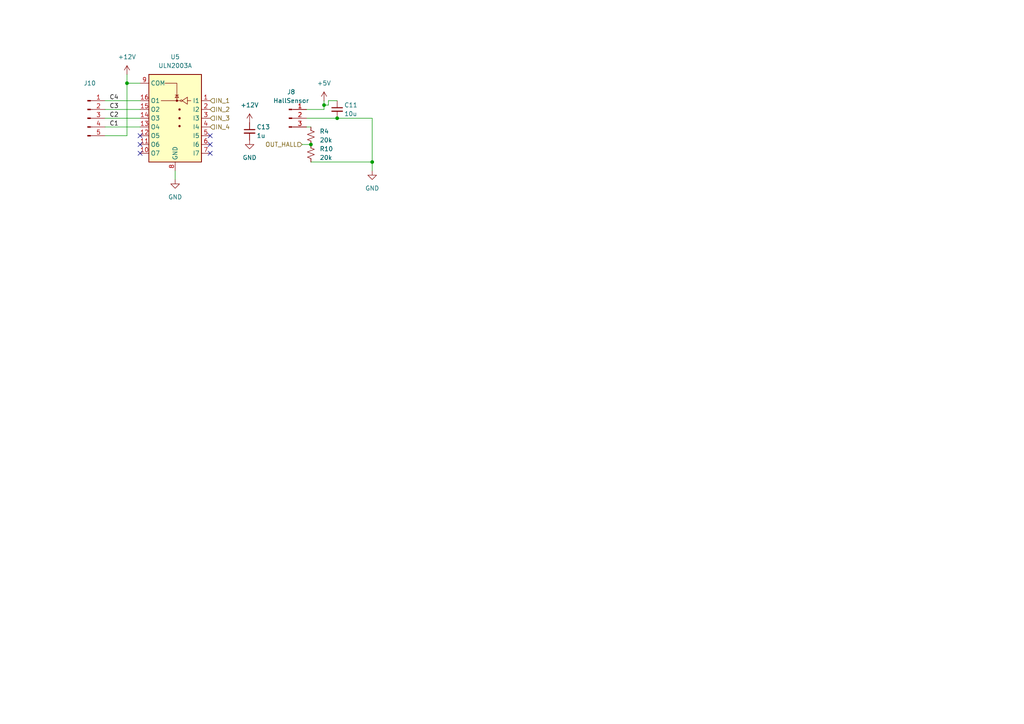
<source format=kicad_sch>
(kicad_sch (version 20231120) (generator "eeschema") (generator_version "8.0")
  (paper "A4")
  (lib_symbols
    (symbol "Connector:Conn_01x03_Pin" (pin_names (offset 1.016) hide)
      (property "Reference" "J" (at 0 5.08 0))
      (property "Value" "Conn_01x03_Pin" (at 0 -5.08 0))
      (symbol "Conn_01x03_Pin_1_1"
        (polyline (pts (xy 1.27 -2.54) (xy 0.8636 -2.54)) (stroke (width 0.1524)))
        (polyline (pts (xy 1.27 0) (xy 0.8636 0)) (stroke (width 0.1524)))
        (polyline (pts (xy 1.27 2.54) (xy 0.8636 2.54)) (stroke (width 0.1524)))
        (rectangle (start 0.8636 -2.413) (end 0 -2.667) (stroke (width 0.1524)) (fill (type outline)))
        (rectangle (start 0.8636 0.127) (end 0 -0.127) (stroke (width 0.1524)) (fill (type outline)))
        (rectangle (start 0.8636 2.667) (end 0 2.413) (stroke (width 0.1524)) (fill (type outline)))
        (pin passive line (at 5.08 2.54 180) (length 3.81) (name "Pin_1") (number "1"))
        (pin passive line (at 5.08 0 180) (length 3.81) (name "Pin_2") (number "2"))
        (pin passive line (at 5.08 -2.54 180) (length 3.81) (name "Pin_3") (number "3"))
      )
    )
    (symbol "Connector:Conn_01x05_Pin" (pin_names (offset 1.016) hide)
      (property "Reference" "J" (at 0 7.62 0))
      (property "Value" "Conn_01x05_Pin" (at 0 -7.62 0))
      (symbol "Conn_01x05_Pin_1_1"
        (polyline (pts (xy 1.27 -5.08) (xy 0.8636 -5.08)) (stroke (width 0.1524)))
        (polyline (pts (xy 1.27 -2.54) (xy 0.8636 -2.54)) (stroke (width 0.1524)))
        (polyline (pts (xy 1.27 0) (xy 0.8636 0)) (stroke (width 0.1524)))
        (polyline (pts (xy 1.27 2.54) (xy 0.8636 2.54)) (stroke (width 0.1524)))
        (polyline (pts (xy 1.27 5.08) (xy 0.8636 5.08)) (stroke (width 0.1524)))
        (rectangle (start 0.8636 -4.953) (end 0 -5.207) (stroke (width 0.1524)) (fill (type outline)))
        (rectangle (start 0.8636 -2.413) (end 0 -2.667) (stroke (width 0.1524)) (fill (type outline)))
        (rectangle (start 0.8636 0.127) (end 0 -0.127) (stroke (width 0.1524)) (fill (type outline)))
        (rectangle (start 0.8636 2.667) (end 0 2.413) (stroke (width 0.1524)) (fill (type outline)))
        (rectangle (start 0.8636 5.207) (end 0 4.953) (stroke (width 0.1524)) (fill (type outline)))
        (pin passive line (at 5.08 5.08 180) (length 3.81) (name "Pin_1") (number "1"))
        (pin passive line (at 5.08 2.54 180) (length 3.81) (name "Pin_2") (number "2"))
        (pin passive line (at 5.08 0 180) (length 3.81) (name "Pin_3") (number "3"))
        (pin passive line (at 5.08 -2.54 180) (length 3.81) (name "Pin_4") (number "4"))
        (pin passive line (at 5.08 -5.08 180) (length 3.81) (name "Pin_5") (number "5"))
      )
    )
    (symbol "Device:C_Small" (pin_numbers hide) (pin_names (offset 0.254) hide)
      (property "Reference" "C" (at 0.254 1.778 0))
      (property "Value" "C_Small" (at 0.254 -2.032 0))
      (symbol "C_Small_0_1"
        (polyline (pts (xy -1.524 -0.508) (xy 1.524 -0.508)) (stroke (width 0.3302)))
        (polyline (pts (xy -1.524 0.508) (xy 1.524 0.508)) (stroke (width 0.3048)))
      )
      (symbol "C_Small_1_1"
        (pin passive line (at 0 2.54 270) (length 2.032) (name "~") (number "1"))
        (pin passive line (at 0 -2.54 90) (length 2.032) (name "~") (number "2"))
      )
    )
    (symbol "Device:R_Small_US" (pin_numbers hide) (pin_names (offset 0.254) hide)
      (property "Reference" "R" (at 0.762 0.508 0))
      (property "Value" "R_Small_US" (at 0.762 -1.016 0))
      (symbol "R_Small_US_1_1"
        (polyline (pts (xy 0 0) (xy 1.016 -0.381) (xy 0 -0.762) (xy -1.016 -1.143) (xy 0 -1.524)))
        (polyline (pts (xy 0 1.524) (xy 1.016 1.143) (xy 0 0.762) (xy -1.016 0.381) (xy 0 0)))
        (pin passive line (at 0 2.54 270) (length 1.016) (name "~") (number "1"))
        (pin passive line (at 0 -2.54 90) (length 1.016) (name "~") (number "2"))
      )
    )
    (symbol "Transistor_Array:ULN2003A"
      (property "Reference" "U" (at 0 15.875 0))
      (property "Value" "ULN2003A" (at 0 13.97 0))
      (symbol "ULN2003A_0_1"
        (rectangle (start -7.62 -12.7) (end 7.62 12.7) (stroke (width 0.254)) (fill (type background)))
        (circle (center -1.778 5.08) (radius 0.254))
        (circle (center -1.27 -2.286) (radius 0.254) (fill (type outline)))
        (circle (center -1.27 0) (radius 0.254) (fill (type outline)))
        (circle (center -1.27 2.54) (radius 0.254) (fill (type outline)))
        (circle (center -0.508 5.08) (radius 0.254) (fill (type outline)))
        (polyline (pts (xy -4.572 5.08) (xy -3.556 5.08)))
        (polyline (pts (xy -1.524 5.08) (xy 4.064 5.08)))
        (polyline (pts (xy 0 6.731) (xy -1.016 6.731)))
        (polyline (pts (xy -0.508 5.08) (xy -0.508 10.16) (xy 2.921 10.16)))
        (polyline (pts (xy -3.556 6.096) (xy -3.556 4.064) (xy -2.032 5.08) (xy -3.556 6.096)))
        (polyline (pts (xy 0 5.969) (xy -1.016 5.969) (xy -0.508 6.731) (xy 0 5.969)))
      )
      (symbol "ULN2003A_1_1"
        (pin input line (at -10.16 5.08 0) (length 2.54) (name "I1") (number "1"))
        (pin open_collector line (at 10.16 -10.16 180) (length 2.54) (name "O7") (number "10"))
        (pin open_collector line (at 10.16 -7.62 180) (length 2.54) (name "O6") (number "11"))
        (pin open_collector line (at 10.16 -5.08 180) (length 2.54) (name "O5") (number "12"))
        (pin open_collector line (at 10.16 -2.54 180) (length 2.54) (name "O4") (number "13"))
        (pin open_collector line (at 10.16 0 180) (length 2.54) (name "O3") (number "14"))
        (pin open_collector line (at 10.16 2.54 180) (length 2.54) (name "O2") (number "15"))
        (pin open_collector line (at 10.16 5.08 180) (length 2.54) (name "O1") (number "16"))
        (pin input line (at -10.16 2.54 0) (length 2.54) (name "I2") (number "2"))
        (pin input line (at -10.16 0 0) (length 2.54) (name "I3") (number "3"))
        (pin input line (at -10.16 -2.54 0) (length 2.54) (name "I4") (number "4"))
        (pin input line (at -10.16 -5.08 0) (length 2.54) (name "I5") (number "5"))
        (pin input line (at -10.16 -7.62 0) (length 2.54) (name "I6") (number "6"))
        (pin input line (at -10.16 -10.16 0) (length 2.54) (name "I7") (number "7"))
        (pin power_in line (at 0 -15.24 90) (length 2.54) (name "GND") (number "8"))
        (pin passive line (at 10.16 10.16 180) (length 2.54) (name "COM") (number "9"))
      )
    )
    (symbol "power:+12V" (power) (pin_names (offset 0))
      (property "Value" "+12V" (at 0 3.556 0))
      (symbol "+12V_0_1"
        (polyline (pts (xy -0.762 1.27) (xy 0 2.54)))
        (polyline (pts (xy 0 0) (xy 0 2.54)))
        (polyline (pts (xy 0 2.54) (xy 0.762 1.27)))
      )
      (symbol "+12V_1_1"
        (pin power_in line (at 0 0 90) (length 0) hide (name "+12V") (number "1"))
      )
    )
    (symbol "power:+5V" (power) (pin_numbers hide) (pin_names (offset 0) hide)
      (property "Value" "+5V" (at 0 3.556 0))
      (symbol "+5V_0_1"
        (polyline (pts (xy -0.762 1.27) (xy 0 2.54)))
        (polyline (pts (xy 0 0) (xy 0 2.54)))
        (polyline (pts (xy 0 2.54) (xy 0.762 1.27)))
      )
      (symbol "+5V_1_1"
        (pin power_in line (at 0 0 90) (length 0) (name "~") (number "1"))
      )
    )
    (symbol "power:GND" (power) (pin_names (offset 0))
      (property "Value" "GND" (at 0 -3.81 0))
      (symbol "GND_0_1"
        (polyline (pts (xy 0 0) (xy 0 -1.27) (xy 1.27 -1.27) (xy 0 -2.54) (xy -1.27 -1.27) (xy 0 -1.27)))
      )
      (symbol "GND_1_1"
        (pin power_in line (at 0 0 270) (length 0) hide (name "GND") (number "1"))
      )
    )
  )
  (junction (at 107.95 46.99))
  (junction (at 97.79 34.29))
  (junction (at 93.98 30.48))
  (junction (at 36.83 24.13))
  (junction (at 90.17 41.91))
  (no_connect (at 40.64 39.37))
  (no_connect (at 60.96 39.37))
  (no_connect (at 60.96 44.45))
  (no_connect (at 60.96 41.91))
  (no_connect (at 40.64 44.45))
  (no_connect (at 40.64 41.91))
  (wire (pts (xy 30.48 39.37) (xy 36.83 39.37)))
  (wire (pts (xy 36.83 21.59) (xy 36.83 24.13)))
  (wire (pts (xy 30.48 29.21) (xy 40.64 29.21)))
  (wire (pts (xy 50.8 49.53) (xy 50.8 52.07)))
  (wire (pts (xy 88.9 31.75) (xy 93.98 31.75)))
  (wire (pts (xy 97.79 29.21) (xy 95.25 29.21)))
  (wire (pts (xy 88.9 34.29) (xy 97.79 34.29)))
  (wire (pts (xy 87.63 41.91) (xy 90.17 41.91)))
  (wire (pts (xy 90.17 46.99) (xy 107.95 46.99)))
  (wire (pts (xy 107.95 46.99) (xy 107.95 49.53)))
  (wire (pts (xy 95.25 30.48) (xy 93.98 30.48)))
  (wire (pts (xy 90.17 36.83) (xy 88.9 36.83)))
  (wire (pts (xy 95.25 29.21) (xy 95.25 30.48)))
  (wire (pts (xy 30.48 34.29) (xy 40.64 34.29)))
  (wire (pts (xy 93.98 31.75) (xy 93.98 30.48)))
  (wire (pts (xy 93.98 30.48) (xy 93.98 29.21)))
  (wire (pts (xy 30.48 31.75) (xy 40.64 31.75)))
  (wire (pts (xy 36.83 24.13) (xy 40.64 24.13)))
  (wire (pts (xy 36.83 39.37) (xy 36.83 24.13)))
  (wire (pts (xy 97.79 34.29) (xy 107.95 34.29)))
  (wire (pts (xy 107.95 34.29) (xy 107.95 46.99)))
  (wire (pts (xy 30.48 36.83) (xy 40.64 36.83)))
  (label "C2" (at 31.75 34.29 0))
  (label "C4" (at 31.75 29.21 0))
  (label "C1" (at 31.75 36.83 0))
  (label "C3" (at 31.75 31.75 0))
  (hierarchical_label "OUT_HALL" (shape input) (at 87.63 41.91 180))
  (hierarchical_label "IN_3" (shape input) (at 60.96 34.29 0))
  (hierarchical_label "IN_2" (shape input) (at 60.96 31.75 0))
  (hierarchical_label "IN_4" (shape input) (at 60.96 36.83 0))
  (hierarchical_label "IN_1" (shape input) (at 60.96 29.21 0))
  (symbol (lib_id "power:+12V") (at 36.83 21.59 0) (unit 1)
    (property "Reference" "#PWR013" (effects (hide yes)))
    (property "Value" "+12V" (at 36.83 16.51 0))
    (instances (project "splitflappcb" (path "" (reference "#PWR013") (unit 1)) (path "" (reference "#PWR021") (unit 1)) (path "" (reference "#PWR05") (unit 1)) (path "" (reference "#PWR017") (unit 1)) (path "" (reference "#PWR06") (unit 1)) (path "" (reference "#PWR01") (unit 1))))
  )
  (symbol (lib_id "Device:C_Small") (at 97.79 31.75 0) (mirror y) (unit 1)
    (property "Reference" "C11" (at 99.822 30.48 0) (effects (justify right)))
    (property "Value" "10u" (at 99.822 33.02 0) (effects (justify right)))
    (property "Footprint" "Capacitor_SMD:C_0603_1608Metric" (effects (hide yes)))
    (property "Description" "Unpolarized capacitor, small symbol" (effects (hide yes)))
    (property "LCSC" "C19702" (effects (hide yes)))
    (instances (project "splitflappcb" (path "" (reference "C11") (unit 1)) (path "" (reference "C16") (unit 1)) (path "" (reference "C1") (unit 1)) (path "" (reference "C14") (unit 1)) (path "" (reference "C5") (unit 1)) (path "" (reference "C3") (unit 1))))
  )
  (symbol (lib_id "power:GND") (at 107.95 49.53 0) (unit 1)
    (property "Reference" "#PWR016" (effects (hide yes)))
    (property "Value" "GND" (at 107.95 54.61 0))
    (instances (project "splitflappcb" (path "" (reference "#PWR016") (unit 1)) (path "" (reference "#PWR024") (unit 1)) (path "" (reference "#PWR09") (unit 1)) (path "" (reference "#PWR020") (unit 1)) (path "" (reference "#PWR012") (unit 1)) (path "" (reference "#PWR04") (unit 1))))
  )
  (symbol (lib_id "Device:R_Small_US") (at 90.17 39.37 0) (unit 1)
    (property "Reference" "R1" (at 92.71 38.0999 0) (effects (justify left)))
    (property "Value" "20k" (at 92.71 40.6399 0) (effects (justify left)))
    (property "Footprint" "Resistor_SMD:R_0805_2012Metric" (effects (hide yes)))
    (property "Description" "Resistor, small US symbol" (effects (hide yes)))
    (property "LCSC" "C4328" (effects (hide yes)))
    (instances (project "" (path "" (reference "R4") (unit 1)) (path "" (reference "R6") (unit 1)) (path "" (reference "R1") (unit 1)) (path "" (reference "R5") (unit 1)) (path "" (reference "R3") (unit 1)) (path "" (reference "R2") (unit 1))))
  )
  (symbol (lib_id "power:GND") (at 72.39 40.64 0) (unit 1)
    (property "Reference" "#PWR043" (effects (hide yes)))
    (property "Value" "GND" (at 72.39 45.72 0))
    (instances (project "splitflappcb" (path "" (reference "#PWR043") (unit 1)) (path "" (reference "#PWR045") (unit 1)) (path "" (reference "#PWR040") (unit 1)) (path "" (reference "#PWR044") (unit 1)) (path "" (reference "#PWR042") (unit 1)) (path "" (reference "#PWR041") (unit 1))))
  )
  (symbol (lib_id "power:+5V") (at 93.98 29.21 0) (unit 1)
    (property "Reference" "#PWR03" (effects (hide yes)))
    (property "Value" "+5V" (at 93.98 24.13 0))
    (property "Description" "Power symbol creates a global label with name \"+5V\"" (effects (hide yes)))
    (instances (project "" (path "" (reference "#PWR015") (unit 1)) (path "" (reference "#PWR023") (unit 1)) (path "" (reference "#PWR03") (unit 1)) (path "" (reference "#PWR019") (unit 1)) (path "" (reference "#PWR011") (unit 1)) (path "" (reference "#PWR08") (unit 1))))
  )
  (symbol (lib_id "Connector:Conn_01x05_Pin") (at 25.4 34.29 0) (unit 1)
    (property "Reference" "J10" (at 26.035 24.13 0))
    (property "Value" "Conn_01x05_Pin" (effects (hide yes)))
    (property "Footprint" "Connector_JST:JST_XH_B5B-XH-AM_1x05_P2.50mm_Vertical" (effects (hide yes)))
    (property "LCSC" "C161872" (effects (hide yes)))
    (instances (project "splitflappcb" (path "" (reference "J10") (unit 1)) (path "" (reference "J16") (unit 1)) (path "" (reference "J3") (unit 1)) (path "" (reference "J13") (unit 1)) (path "" (reference "J7") (unit 1)) (path "" (reference "J4") (unit 1))))
  )
  (symbol (lib_id "power:GND") (at 50.8 52.07 0) (unit 1)
    (property "Reference" "#PWR014" (effects (hide yes)))
    (property "Value" "GND" (at 50.8 57.15 0))
    (instances (project "splitflappcb" (path "" (reference "#PWR014") (unit 1)) (path "" (reference "#PWR022") (unit 1)) (path "" (reference "#PWR010") (unit 1)) (path "" (reference "#PWR018") (unit 1)) (path "" (reference "#PWR07") (unit 1)) (path "" (reference "#PWR02") (unit 1))))
  )
  (symbol (lib_id "Transistor_Array:ULN2003A") (at 50.8 34.29 0) (mirror y) (unit 1)
    (property "Reference" "U5" (at 50.8 16.51 0))
    (property "Value" "ULN2003A" (at 50.8 19.05 0))
    (property "Footprint" "Package_SO:SOIC-16_3.9x9.9mm_P1.27mm" (effects (hide yes)))
    (property "Datasheet" "http://www.ti.com/lit/ds/symlink/uln2003a.pdf" (effects (hide yes)))
    (property "LCSC" "C7512" (effects (hide yes)))
    (instances (project "splitflappcb" (path "" (reference "U5") (unit 1)) (path "" (reference "U7") (unit 1)) (path "" (reference "U1") (unit 1)) (path "" (reference "U6") (unit 1)) (path "" (reference "U3") (unit 1)) (path "" (reference "U2") (unit 1))))
  )
  (symbol (lib_id "Device:R_Small_US") (at 90.17 44.45 0) (unit 1)
    (property "Reference" "R7" (at 92.71 43.1799 0) (effects (justify left)))
    (property "Value" "20k" (at 92.71 45.7199 0) (effects (justify left)))
    (property "Footprint" "Resistor_SMD:R_0805_2012Metric" (effects (hide yes)))
    (property "Description" "Resistor, small US symbol" (effects (hide yes)))
    (property "LCSC" "C4328" (effects (hide yes)))
    (instances (project "splitflappcb" (path "" (reference "R10") (unit 1)) (path "" (reference "R12") (unit 1)) (path "" (reference "R7") (unit 1)) (path "" (reference "R11") (unit 1)) (path "" (reference "R9") (unit 1)) (path "" (reference "R8") (unit 1))))
  )
  (symbol (lib_id "Device:C_Small") (at 72.39 38.1 0) (mirror y) (unit 1)
    (property "Reference" "C13" (at 74.422 36.83 0) (effects (justify right)))
    (property "Value" "1u" (at 74.422 39.37 0) (effects (justify right)))
    (property "Footprint" "Capacitor_SMD:C_0603_1608Metric" (effects (hide yes)))
    (property "Description" "Unpolarized capacitor, small symbol" (effects (hide yes)))
    (property "LCSC" "C15849" (effects (hide yes)))
    (instances (project "splitflappcb" (path "" (reference "C13") (unit 1)) (path "" (reference "C17") (unit 1)) (path "" (reference "C2") (unit 1)) (path "" (reference "C15") (unit 1)) (path "" (reference "C6") (unit 1)) (path "" (reference "C4") (unit 1))))
  )
  (symbol (lib_id "Connector:Conn_01x03_Pin") (at 83.82 34.29 0) (unit 1)
    (property "Reference" "J8" (at 84.455 26.67 0))
    (property "Value" "HallSensor" (at 84.455 29.21 0))
    (property "Footprint" "Connector_PinHeader_2.54mm:PinHeader_1x03_P2.54mm_Vertical" (effects (hide yes)))
    (property "LCSC" "C6332196" (effects (hide yes)))
    (instances (project "splitflappcb" (path "" (reference "J8") (unit 1)) (path "" (reference "J14") (unit 1)) (path "" (reference "J2") (unit 1)) (path "" (reference "J11") (unit 1)) (path "" (reference "J6") (unit 1)) (path "" (reference "J5") (unit 1))))
  )
  (symbol (lib_id "power:+12V") (at 72.39 35.56 0) (unit 1)
    (property "Reference" "#PWR037" (effects (hide yes)))
    (property "Value" "+12V" (at 72.39 30.48 0))
    (instances (project "splitflappcb" (path "" (reference "#PWR037") (unit 1)) (path "" (reference "#PWR039") (unit 1)) (path "" (reference "#PWR034") (unit 1)) (path "" (reference "#PWR038") (unit 1)) (path "" (reference "#PWR036") (unit 1)) (path "" (reference "#PWR035") (unit 1))))
  )
)
</source>
